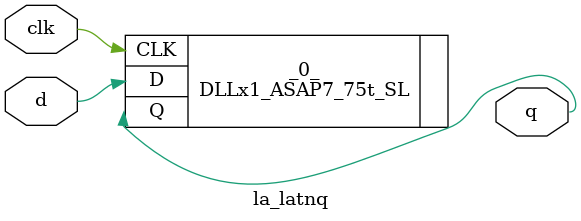
<source format=v>

/* Generated by Yosys 0.40 (git sha1 a1bb0255d, g++ 11.4.0-1ubuntu1~22.04 -fPIC -Os) */

module la_latnq(d, clk, q);
  input clk;
  wire clk;
  input d;
  wire d;
  output q;
  wire q;
  DLLx1_ASAP7_75t_SL _0_ (
    .CLK(clk),
    .D(d),
    .Q(q)
  );
endmodule

</source>
